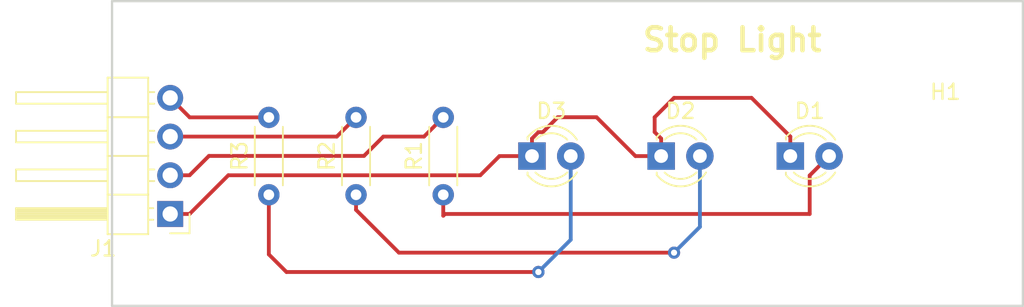
<source format=kicad_pcb>
(kicad_pcb (version 20171130) (host pcbnew 5.0.2+dfsg1-1+deb10u1)

  (general
    (thickness 1.6)
    (drawings 5)
    (tracks 51)
    (zones 0)
    (modules 8)
    (nets 8)
  )

  (page A4)
  (layers
    (0 F.Cu signal)
    (31 B.Cu signal)
    (32 B.Adhes user)
    (33 F.Adhes user)
    (34 B.Paste user)
    (35 F.Paste user)
    (36 B.SilkS user)
    (37 F.SilkS user)
    (38 B.Mask user)
    (39 F.Mask user)
    (40 Dwgs.User user)
    (41 Cmts.User user)
    (42 Eco1.User user)
    (43 Eco2.User user)
    (44 Edge.Cuts user)
    (45 Margin user)
    (46 B.CrtYd user)
    (47 F.CrtYd user)
    (48 B.Fab user)
    (49 F.Fab user)
  )

  (setup
    (last_trace_width 0.25)
    (trace_clearance 0.2)
    (zone_clearance 0.508)
    (zone_45_only no)
    (trace_min 0.2)
    (segment_width 0.2)
    (edge_width 0.15)
    (via_size 0.8)
    (via_drill 0.4)
    (via_min_size 0.4)
    (via_min_drill 0.3)
    (uvia_size 0.3)
    (uvia_drill 0.1)
    (uvias_allowed no)
    (uvia_min_size 0.2)
    (uvia_min_drill 0.1)
    (pcb_text_width 0.3)
    (pcb_text_size 1.5 1.5)
    (mod_edge_width 0.15)
    (mod_text_size 1 1)
    (mod_text_width 0.15)
    (pad_size 1.524 1.524)
    (pad_drill 0.762)
    (pad_to_mask_clearance 0.051)
    (solder_mask_min_width 0.25)
    (aux_axis_origin 0 0)
    (visible_elements FFFFFF7F)
    (pcbplotparams
      (layerselection 0x010fc_ffffffff)
      (usegerberextensions false)
      (usegerberattributes false)
      (usegerberadvancedattributes false)
      (creategerberjobfile false)
      (excludeedgelayer true)
      (linewidth 0.100000)
      (plotframeref false)
      (viasonmask false)
      (mode 1)
      (useauxorigin false)
      (hpglpennumber 1)
      (hpglpenspeed 20)
      (hpglpendiameter 15.000000)
      (psnegative false)
      (psa4output false)
      (plotreference true)
      (plotvalue true)
      (plotinvisibletext false)
      (padsonsilk false)
      (subtractmaskfromsilk false)
      (outputformat 1)
      (mirror false)
      (drillshape 1)
      (scaleselection 1)
      (outputdirectory ""))
  )

  (net 0 "")
  (net 1 "Net-(D1-Pad2)")
  (net 2 "Net-(J1-Pad2)")
  (net 3 "Net-(J1-Pad3)")
  (net 4 "Net-(D2-Pad2)")
  (net 5 "Net-(D3-Pad2)")
  (net 6 "Net-(J1-Pad4)")
  (net 7 "Net-(D1-Pad1)")

  (net_class Default "This is the default net class."
    (clearance 0.2)
    (trace_width 0.25)
    (via_dia 0.8)
    (via_drill 0.4)
    (uvia_dia 0.3)
    (uvia_drill 0.1)
    (add_net "Net-(D1-Pad1)")
    (add_net "Net-(D1-Pad2)")
    (add_net "Net-(D2-Pad2)")
    (add_net "Net-(D3-Pad2)")
    (add_net "Net-(J1-Pad2)")
    (add_net "Net-(J1-Pad3)")
    (add_net "Net-(J1-Pad4)")
  )

  (module Connector_PinHeader_2.54mm:PinHeader_1x04_P2.54mm_Horizontal (layer F.Cu) (tedit 59FED5CB) (tstamp 63CDA31D)
    (at 31.75 157.48 180)
    (descr "Through hole angled pin header, 1x04, 2.54mm pitch, 6mm pin length, single row")
    (tags "Through hole angled pin header THT 1x04 2.54mm single row")
    (path /63C1035B)
    (fp_text reference J1 (at 4.385 -2.27 180) (layer F.SilkS)
      (effects (font (size 1 1) (thickness 0.15)))
    )
    (fp_text value Conn_01x04_Male (at 4.385 9.89 180) (layer F.Fab)
      (effects (font (size 1 1) (thickness 0.15)))
    )
    (fp_line (start 2.135 -1.27) (end 4.04 -1.27) (layer F.Fab) (width 0.1))
    (fp_line (start 4.04 -1.27) (end 4.04 8.89) (layer F.Fab) (width 0.1))
    (fp_line (start 4.04 8.89) (end 1.5 8.89) (layer F.Fab) (width 0.1))
    (fp_line (start 1.5 8.89) (end 1.5 -0.635) (layer F.Fab) (width 0.1))
    (fp_line (start 1.5 -0.635) (end 2.135 -1.27) (layer F.Fab) (width 0.1))
    (fp_line (start -0.32 -0.32) (end 1.5 -0.32) (layer F.Fab) (width 0.1))
    (fp_line (start -0.32 -0.32) (end -0.32 0.32) (layer F.Fab) (width 0.1))
    (fp_line (start -0.32 0.32) (end 1.5 0.32) (layer F.Fab) (width 0.1))
    (fp_line (start 4.04 -0.32) (end 10.04 -0.32) (layer F.Fab) (width 0.1))
    (fp_line (start 10.04 -0.32) (end 10.04 0.32) (layer F.Fab) (width 0.1))
    (fp_line (start 4.04 0.32) (end 10.04 0.32) (layer F.Fab) (width 0.1))
    (fp_line (start -0.32 2.22) (end 1.5 2.22) (layer F.Fab) (width 0.1))
    (fp_line (start -0.32 2.22) (end -0.32 2.86) (layer F.Fab) (width 0.1))
    (fp_line (start -0.32 2.86) (end 1.5 2.86) (layer F.Fab) (width 0.1))
    (fp_line (start 4.04 2.22) (end 10.04 2.22) (layer F.Fab) (width 0.1))
    (fp_line (start 10.04 2.22) (end 10.04 2.86) (layer F.Fab) (width 0.1))
    (fp_line (start 4.04 2.86) (end 10.04 2.86) (layer F.Fab) (width 0.1))
    (fp_line (start -0.32 4.76) (end 1.5 4.76) (layer F.Fab) (width 0.1))
    (fp_line (start -0.32 4.76) (end -0.32 5.4) (layer F.Fab) (width 0.1))
    (fp_line (start -0.32 5.4) (end 1.5 5.4) (layer F.Fab) (width 0.1))
    (fp_line (start 4.04 4.76) (end 10.04 4.76) (layer F.Fab) (width 0.1))
    (fp_line (start 10.04 4.76) (end 10.04 5.4) (layer F.Fab) (width 0.1))
    (fp_line (start 4.04 5.4) (end 10.04 5.4) (layer F.Fab) (width 0.1))
    (fp_line (start -0.32 7.3) (end 1.5 7.3) (layer F.Fab) (width 0.1))
    (fp_line (start -0.32 7.3) (end -0.32 7.94) (layer F.Fab) (width 0.1))
    (fp_line (start -0.32 7.94) (end 1.5 7.94) (layer F.Fab) (width 0.1))
    (fp_line (start 4.04 7.3) (end 10.04 7.3) (layer F.Fab) (width 0.1))
    (fp_line (start 10.04 7.3) (end 10.04 7.94) (layer F.Fab) (width 0.1))
    (fp_line (start 4.04 7.94) (end 10.04 7.94) (layer F.Fab) (width 0.1))
    (fp_line (start 1.44 -1.33) (end 1.44 8.95) (layer F.SilkS) (width 0.12))
    (fp_line (start 1.44 8.95) (end 4.1 8.95) (layer F.SilkS) (width 0.12))
    (fp_line (start 4.1 8.95) (end 4.1 -1.33) (layer F.SilkS) (width 0.12))
    (fp_line (start 4.1 -1.33) (end 1.44 -1.33) (layer F.SilkS) (width 0.12))
    (fp_line (start 4.1 -0.38) (end 10.1 -0.38) (layer F.SilkS) (width 0.12))
    (fp_line (start 10.1 -0.38) (end 10.1 0.38) (layer F.SilkS) (width 0.12))
    (fp_line (start 10.1 0.38) (end 4.1 0.38) (layer F.SilkS) (width 0.12))
    (fp_line (start 4.1 -0.32) (end 10.1 -0.32) (layer F.SilkS) (width 0.12))
    (fp_line (start 4.1 -0.2) (end 10.1 -0.2) (layer F.SilkS) (width 0.12))
    (fp_line (start 4.1 -0.08) (end 10.1 -0.08) (layer F.SilkS) (width 0.12))
    (fp_line (start 4.1 0.04) (end 10.1 0.04) (layer F.SilkS) (width 0.12))
    (fp_line (start 4.1 0.16) (end 10.1 0.16) (layer F.SilkS) (width 0.12))
    (fp_line (start 4.1 0.28) (end 10.1 0.28) (layer F.SilkS) (width 0.12))
    (fp_line (start 1.11 -0.38) (end 1.44 -0.38) (layer F.SilkS) (width 0.12))
    (fp_line (start 1.11 0.38) (end 1.44 0.38) (layer F.SilkS) (width 0.12))
    (fp_line (start 1.44 1.27) (end 4.1 1.27) (layer F.SilkS) (width 0.12))
    (fp_line (start 4.1 2.16) (end 10.1 2.16) (layer F.SilkS) (width 0.12))
    (fp_line (start 10.1 2.16) (end 10.1 2.92) (layer F.SilkS) (width 0.12))
    (fp_line (start 10.1 2.92) (end 4.1 2.92) (layer F.SilkS) (width 0.12))
    (fp_line (start 1.042929 2.16) (end 1.44 2.16) (layer F.SilkS) (width 0.12))
    (fp_line (start 1.042929 2.92) (end 1.44 2.92) (layer F.SilkS) (width 0.12))
    (fp_line (start 1.44 3.81) (end 4.1 3.81) (layer F.SilkS) (width 0.12))
    (fp_line (start 4.1 4.7) (end 10.1 4.7) (layer F.SilkS) (width 0.12))
    (fp_line (start 10.1 4.7) (end 10.1 5.46) (layer F.SilkS) (width 0.12))
    (fp_line (start 10.1 5.46) (end 4.1 5.46) (layer F.SilkS) (width 0.12))
    (fp_line (start 1.042929 4.7) (end 1.44 4.7) (layer F.SilkS) (width 0.12))
    (fp_line (start 1.042929 5.46) (end 1.44 5.46) (layer F.SilkS) (width 0.12))
    (fp_line (start 1.44 6.35) (end 4.1 6.35) (layer F.SilkS) (width 0.12))
    (fp_line (start 4.1 7.24) (end 10.1 7.24) (layer F.SilkS) (width 0.12))
    (fp_line (start 10.1 7.24) (end 10.1 8) (layer F.SilkS) (width 0.12))
    (fp_line (start 10.1 8) (end 4.1 8) (layer F.SilkS) (width 0.12))
    (fp_line (start 1.042929 7.24) (end 1.44 7.24) (layer F.SilkS) (width 0.12))
    (fp_line (start 1.042929 8) (end 1.44 8) (layer F.SilkS) (width 0.12))
    (fp_line (start -1.27 0) (end -1.27 -1.27) (layer F.SilkS) (width 0.12))
    (fp_line (start -1.27 -1.27) (end 0 -1.27) (layer F.SilkS) (width 0.12))
    (fp_line (start -1.8 -1.8) (end -1.8 9.4) (layer F.CrtYd) (width 0.05))
    (fp_line (start -1.8 9.4) (end 10.55 9.4) (layer F.CrtYd) (width 0.05))
    (fp_line (start 10.55 9.4) (end 10.55 -1.8) (layer F.CrtYd) (width 0.05))
    (fp_line (start 10.55 -1.8) (end -1.8 -1.8) (layer F.CrtYd) (width 0.05))
    (fp_text user %R (at 2.77 3.81 270) (layer F.Fab)
      (effects (font (size 1 1) (thickness 0.15)))
    )
    (pad 1 thru_hole rect (at 0 0 180) (size 1.7 1.7) (drill 1) (layers *.Cu *.Mask)
      (net 7 "Net-(D1-Pad1)"))
    (pad 2 thru_hole oval (at 0 2.54 180) (size 1.7 1.7) (drill 1) (layers *.Cu *.Mask)
      (net 2 "Net-(J1-Pad2)"))
    (pad 3 thru_hole oval (at 0 5.08 180) (size 1.7 1.7) (drill 1) (layers *.Cu *.Mask)
      (net 3 "Net-(J1-Pad3)"))
    (pad 4 thru_hole oval (at 0 7.62 180) (size 1.7 1.7) (drill 1) (layers *.Cu *.Mask)
      (net 6 "Net-(J1-Pad4)"))
    (model ${KISYS3DMOD}/Connector_PinHeader_2.54mm.3dshapes/PinHeader_1x04_P2.54mm_Horizontal.wrl
      (at (xyz 0 0 0))
      (scale (xyz 1 1 1))
      (rotate (xyz 0 0 0))
    )
  )

  (module LED_THT:LED_D3.0mm (layer F.Cu) (tedit 587A3A7B) (tstamp 63CD99FD)
    (at 55.46 153.68)
    (descr "LED, diameter 3.0mm, 2 pins")
    (tags "LED diameter 3.0mm 2 pins")
    (path /63C104F2)
    (fp_text reference D3 (at 1.27 -2.96) (layer F.SilkS)
      (effects (font (size 1 1) (thickness 0.15)))
    )
    (fp_text value LED (at 1.27 2.96) (layer F.Fab)
      (effects (font (size 1 1) (thickness 0.15)))
    )
    (fp_arc (start 1.27 0) (end -0.23 -1.16619) (angle 284.3) (layer F.Fab) (width 0.1))
    (fp_arc (start 1.27 0) (end -0.29 -1.235516) (angle 108.8) (layer F.SilkS) (width 0.12))
    (fp_arc (start 1.27 0) (end -0.29 1.235516) (angle -108.8) (layer F.SilkS) (width 0.12))
    (fp_arc (start 1.27 0) (end 0.229039 -1.08) (angle 87.9) (layer F.SilkS) (width 0.12))
    (fp_arc (start 1.27 0) (end 0.229039 1.08) (angle -87.9) (layer F.SilkS) (width 0.12))
    (fp_circle (center 1.27 0) (end 2.77 0) (layer F.Fab) (width 0.1))
    (fp_line (start -0.23 -1.16619) (end -0.23 1.16619) (layer F.Fab) (width 0.1))
    (fp_line (start -0.29 -1.236) (end -0.29 -1.08) (layer F.SilkS) (width 0.12))
    (fp_line (start -0.29 1.08) (end -0.29 1.236) (layer F.SilkS) (width 0.12))
    (fp_line (start -1.15 -2.25) (end -1.15 2.25) (layer F.CrtYd) (width 0.05))
    (fp_line (start -1.15 2.25) (end 3.7 2.25) (layer F.CrtYd) (width 0.05))
    (fp_line (start 3.7 2.25) (end 3.7 -2.25) (layer F.CrtYd) (width 0.05))
    (fp_line (start 3.7 -2.25) (end -1.15 -2.25) (layer F.CrtYd) (width 0.05))
    (pad 1 thru_hole rect (at 0 0) (size 1.8 1.8) (drill 0.9) (layers *.Cu *.Mask)
      (net 7 "Net-(D1-Pad1)"))
    (pad 2 thru_hole circle (at 2.54 0) (size 1.8 1.8) (drill 0.9) (layers *.Cu *.Mask)
      (net 5 "Net-(D3-Pad2)"))
    (model ${KISYS3DMOD}/LED_THT.3dshapes/LED_D3.0mm.wrl
      (at (xyz 0 0 0))
      (scale (xyz 1 1 1))
      (rotate (xyz 0 0 0))
    )
  )

  (module LED_THT:LED_D3.0mm (layer F.Cu) (tedit 587A3A7B) (tstamp 63CD99EA)
    (at 63.925 153.68)
    (descr "LED, diameter 3.0mm, 2 pins")
    (tags "LED diameter 3.0mm 2 pins")
    (path /63C104C8)
    (fp_text reference D2 (at 1.27 -2.96) (layer F.SilkS)
      (effects (font (size 1 1) (thickness 0.15)))
    )
    (fp_text value LED (at 1.27 2.96) (layer F.Fab)
      (effects (font (size 1 1) (thickness 0.15)))
    )
    (fp_line (start 3.7 -2.25) (end -1.15 -2.25) (layer F.CrtYd) (width 0.05))
    (fp_line (start 3.7 2.25) (end 3.7 -2.25) (layer F.CrtYd) (width 0.05))
    (fp_line (start -1.15 2.25) (end 3.7 2.25) (layer F.CrtYd) (width 0.05))
    (fp_line (start -1.15 -2.25) (end -1.15 2.25) (layer F.CrtYd) (width 0.05))
    (fp_line (start -0.29 1.08) (end -0.29 1.236) (layer F.SilkS) (width 0.12))
    (fp_line (start -0.29 -1.236) (end -0.29 -1.08) (layer F.SilkS) (width 0.12))
    (fp_line (start -0.23 -1.16619) (end -0.23 1.16619) (layer F.Fab) (width 0.1))
    (fp_circle (center 1.27 0) (end 2.77 0) (layer F.Fab) (width 0.1))
    (fp_arc (start 1.27 0) (end 0.229039 1.08) (angle -87.9) (layer F.SilkS) (width 0.12))
    (fp_arc (start 1.27 0) (end 0.229039 -1.08) (angle 87.9) (layer F.SilkS) (width 0.12))
    (fp_arc (start 1.27 0) (end -0.29 1.235516) (angle -108.8) (layer F.SilkS) (width 0.12))
    (fp_arc (start 1.27 0) (end -0.29 -1.235516) (angle 108.8) (layer F.SilkS) (width 0.12))
    (fp_arc (start 1.27 0) (end -0.23 -1.16619) (angle 284.3) (layer F.Fab) (width 0.1))
    (pad 2 thru_hole circle (at 2.54 0) (size 1.8 1.8) (drill 0.9) (layers *.Cu *.Mask)
      (net 4 "Net-(D2-Pad2)"))
    (pad 1 thru_hole rect (at 0 0) (size 1.8 1.8) (drill 0.9) (layers *.Cu *.Mask)
      (net 7 "Net-(D1-Pad1)"))
    (model ${KISYS3DMOD}/LED_THT.3dshapes/LED_D3.0mm.wrl
      (at (xyz 0 0 0))
      (scale (xyz 1 1 1))
      (rotate (xyz 0 0 0))
    )
  )

  (module LED_THT:LED_D3.0mm (layer F.Cu) (tedit 587A3A7B) (tstamp 63CD99D7)
    (at 72.39 153.68)
    (descr "LED, diameter 3.0mm, 2 pins")
    (tags "LED diameter 3.0mm 2 pins")
    (path /63C10200)
    (fp_text reference D1 (at 1.27 -2.96) (layer F.SilkS)
      (effects (font (size 1 1) (thickness 0.15)))
    )
    (fp_text value LED (at 1.27 2.96) (layer F.Fab)
      (effects (font (size 1 1) (thickness 0.15)))
    )
    (fp_arc (start 1.27 0) (end -0.23 -1.16619) (angle 284.3) (layer F.Fab) (width 0.1))
    (fp_arc (start 1.27 0) (end -0.29 -1.235516) (angle 108.8) (layer F.SilkS) (width 0.12))
    (fp_arc (start 1.27 0) (end -0.29 1.235516) (angle -108.8) (layer F.SilkS) (width 0.12))
    (fp_arc (start 1.27 0) (end 0.229039 -1.08) (angle 87.9) (layer F.SilkS) (width 0.12))
    (fp_arc (start 1.27 0) (end 0.229039 1.08) (angle -87.9) (layer F.SilkS) (width 0.12))
    (fp_circle (center 1.27 0) (end 2.77 0) (layer F.Fab) (width 0.1))
    (fp_line (start -0.23 -1.16619) (end -0.23 1.16619) (layer F.Fab) (width 0.1))
    (fp_line (start -0.29 -1.236) (end -0.29 -1.08) (layer F.SilkS) (width 0.12))
    (fp_line (start -0.29 1.08) (end -0.29 1.236) (layer F.SilkS) (width 0.12))
    (fp_line (start -1.15 -2.25) (end -1.15 2.25) (layer F.CrtYd) (width 0.05))
    (fp_line (start -1.15 2.25) (end 3.7 2.25) (layer F.CrtYd) (width 0.05))
    (fp_line (start 3.7 2.25) (end 3.7 -2.25) (layer F.CrtYd) (width 0.05))
    (fp_line (start 3.7 -2.25) (end -1.15 -2.25) (layer F.CrtYd) (width 0.05))
    (pad 1 thru_hole rect (at 0 0) (size 1.8 1.8) (drill 0.9) (layers *.Cu *.Mask)
      (net 7 "Net-(D1-Pad1)"))
    (pad 2 thru_hole circle (at 2.54 0) (size 1.8 1.8) (drill 0.9) (layers *.Cu *.Mask)
      (net 1 "Net-(D1-Pad2)"))
    (model ${KISYS3DMOD}/LED_THT.3dshapes/LED_D3.0mm.wrl
      (at (xyz 0 0 0))
      (scale (xyz 1 1 1))
      (rotate (xyz 0 0 0))
    )
  )

  (module MountingHole:MountingHole_3.2mm_M3 (layer F.Cu) (tedit 56D1B4CB) (tstamp 63CD99AC)
    (at 82.55 153.67)
    (descr "Mounting Hole 3.2mm, no annular, M3")
    (tags "mounting hole 3.2mm no annular m3")
    (path /63C10958)
    (attr virtual)
    (fp_text reference H1 (at 0 -4.2) (layer F.SilkS)
      (effects (font (size 1 1) (thickness 0.15)))
    )
    (fp_text value MountingHole (at 0 4.2) (layer F.Fab)
      (effects (font (size 1 1) (thickness 0.15)))
    )
    (fp_text user %R (at 0.3 0) (layer F.Fab)
      (effects (font (size 1 1) (thickness 0.15)))
    )
    (fp_circle (center 0 0) (end 3.2 0) (layer Cmts.User) (width 0.15))
    (fp_circle (center 0 0) (end 3.45 0) (layer F.CrtYd) (width 0.05))
    (pad 1 np_thru_hole circle (at 0 0) (size 3.2 3.2) (drill 3.2) (layers *.Cu *.Mask))
  )

  (module Resistor_THT:R_Axial_DIN0204_L3.6mm_D1.6mm_P5.08mm_Horizontal (layer F.Cu) (tedit 5AE5139B) (tstamp 63CD99A4)
    (at 38.215 156.22 90)
    (descr "Resistor, Axial_DIN0204 series, Axial, Horizontal, pin pitch=5.08mm, 0.167W, length*diameter=3.6*1.6mm^2, http://cdn-reichelt.de/documents/datenblatt/B400/1_4W%23YAG.pdf")
    (tags "Resistor Axial_DIN0204 series Axial Horizontal pin pitch 5.08mm 0.167W length 3.6mm diameter 1.6mm")
    (path /63C103F9)
    (fp_text reference R3 (at 2.54 -1.92 90) (layer F.SilkS)
      (effects (font (size 1 1) (thickness 0.15)))
    )
    (fp_text value 330 (at 2.54 1.92 90) (layer F.Fab)
      (effects (font (size 1 1) (thickness 0.15)))
    )
    (fp_line (start 0.74 -0.8) (end 0.74 0.8) (layer F.Fab) (width 0.1))
    (fp_line (start 0.74 0.8) (end 4.34 0.8) (layer F.Fab) (width 0.1))
    (fp_line (start 4.34 0.8) (end 4.34 -0.8) (layer F.Fab) (width 0.1))
    (fp_line (start 4.34 -0.8) (end 0.74 -0.8) (layer F.Fab) (width 0.1))
    (fp_line (start 0 0) (end 0.74 0) (layer F.Fab) (width 0.1))
    (fp_line (start 5.08 0) (end 4.34 0) (layer F.Fab) (width 0.1))
    (fp_line (start 0.62 -0.92) (end 4.46 -0.92) (layer F.SilkS) (width 0.12))
    (fp_line (start 0.62 0.92) (end 4.46 0.92) (layer F.SilkS) (width 0.12))
    (fp_line (start -0.95 -1.05) (end -0.95 1.05) (layer F.CrtYd) (width 0.05))
    (fp_line (start -0.95 1.05) (end 6.03 1.05) (layer F.CrtYd) (width 0.05))
    (fp_line (start 6.03 1.05) (end 6.03 -1.05) (layer F.CrtYd) (width 0.05))
    (fp_line (start 6.03 -1.05) (end -0.95 -1.05) (layer F.CrtYd) (width 0.05))
    (fp_text user %R (at 2.54 0 90) (layer F.Fab)
      (effects (font (size 0.72 0.72) (thickness 0.108)))
    )
    (pad 1 thru_hole circle (at 0 0 90) (size 1.4 1.4) (drill 0.7) (layers *.Cu *.Mask)
      (net 5 "Net-(D3-Pad2)"))
    (pad 2 thru_hole oval (at 5.08 0 90) (size 1.4 1.4) (drill 0.7) (layers *.Cu *.Mask)
      (net 6 "Net-(J1-Pad4)"))
    (model ${KISYS3DMOD}/Resistor_THT.3dshapes/R_Axial_DIN0204_L3.6mm_D1.6mm_P5.08mm_Horizontal.wrl
      (at (xyz 0 0 0))
      (scale (xyz 1 1 1))
      (rotate (xyz 0 0 0))
    )
  )

  (module Resistor_THT:R_Axial_DIN0204_L3.6mm_D1.6mm_P5.08mm_Horizontal (layer F.Cu) (tedit 5AE5139B) (tstamp 63CD9991)
    (at 43.93 156.22 90)
    (descr "Resistor, Axial_DIN0204 series, Axial, Horizontal, pin pitch=5.08mm, 0.167W, length*diameter=3.6*1.6mm^2, http://cdn-reichelt.de/documents/datenblatt/B400/1_4W%23YAG.pdf")
    (tags "Resistor Axial_DIN0204 series Axial Horizontal pin pitch 5.08mm 0.167W length 3.6mm diameter 1.6mm")
    (path /63C103DD)
    (fp_text reference R2 (at 2.54 -1.92 90) (layer F.SilkS)
      (effects (font (size 1 1) (thickness 0.15)))
    )
    (fp_text value 330 (at 2.54 1.92 90) (layer F.Fab)
      (effects (font (size 1 1) (thickness 0.15)))
    )
    (fp_text user %R (at 2.54 0 90) (layer F.Fab)
      (effects (font (size 0.72 0.72) (thickness 0.108)))
    )
    (fp_line (start 6.03 -1.05) (end -0.95 -1.05) (layer F.CrtYd) (width 0.05))
    (fp_line (start 6.03 1.05) (end 6.03 -1.05) (layer F.CrtYd) (width 0.05))
    (fp_line (start -0.95 1.05) (end 6.03 1.05) (layer F.CrtYd) (width 0.05))
    (fp_line (start -0.95 -1.05) (end -0.95 1.05) (layer F.CrtYd) (width 0.05))
    (fp_line (start 0.62 0.92) (end 4.46 0.92) (layer F.SilkS) (width 0.12))
    (fp_line (start 0.62 -0.92) (end 4.46 -0.92) (layer F.SilkS) (width 0.12))
    (fp_line (start 5.08 0) (end 4.34 0) (layer F.Fab) (width 0.1))
    (fp_line (start 0 0) (end 0.74 0) (layer F.Fab) (width 0.1))
    (fp_line (start 4.34 -0.8) (end 0.74 -0.8) (layer F.Fab) (width 0.1))
    (fp_line (start 4.34 0.8) (end 4.34 -0.8) (layer F.Fab) (width 0.1))
    (fp_line (start 0.74 0.8) (end 4.34 0.8) (layer F.Fab) (width 0.1))
    (fp_line (start 0.74 -0.8) (end 0.74 0.8) (layer F.Fab) (width 0.1))
    (pad 2 thru_hole oval (at 5.08 0 90) (size 1.4 1.4) (drill 0.7) (layers *.Cu *.Mask)
      (net 3 "Net-(J1-Pad3)"))
    (pad 1 thru_hole circle (at 0 0 90) (size 1.4 1.4) (drill 0.7) (layers *.Cu *.Mask)
      (net 4 "Net-(D2-Pad2)"))
    (model ${KISYS3DMOD}/Resistor_THT.3dshapes/R_Axial_DIN0204_L3.6mm_D1.6mm_P5.08mm_Horizontal.wrl
      (at (xyz 0 0 0))
      (scale (xyz 1 1 1))
      (rotate (xyz 0 0 0))
    )
  )

  (module Resistor_THT:R_Axial_DIN0204_L3.6mm_D1.6mm_P5.08mm_Horizontal (layer F.Cu) (tedit 5AE5139B) (tstamp 63CD997E)
    (at 49.645 156.22 90)
    (descr "Resistor, Axial_DIN0204 series, Axial, Horizontal, pin pitch=5.08mm, 0.167W, length*diameter=3.6*1.6mm^2, http://cdn-reichelt.de/documents/datenblatt/B400/1_4W%23YAG.pdf")
    (tags "Resistor Axial_DIN0204 series Axial Horizontal pin pitch 5.08mm 0.167W length 3.6mm diameter 1.6mm")
    (path /63C10028)
    (fp_text reference R1 (at 2.54 -1.92 90) (layer F.SilkS)
      (effects (font (size 1 1) (thickness 0.15)))
    )
    (fp_text value 330 (at 2.54 1.92 90) (layer F.Fab)
      (effects (font (size 1 1) (thickness 0.15)))
    )
    (fp_line (start 0.74 -0.8) (end 0.74 0.8) (layer F.Fab) (width 0.1))
    (fp_line (start 0.74 0.8) (end 4.34 0.8) (layer F.Fab) (width 0.1))
    (fp_line (start 4.34 0.8) (end 4.34 -0.8) (layer F.Fab) (width 0.1))
    (fp_line (start 4.34 -0.8) (end 0.74 -0.8) (layer F.Fab) (width 0.1))
    (fp_line (start 0 0) (end 0.74 0) (layer F.Fab) (width 0.1))
    (fp_line (start 5.08 0) (end 4.34 0) (layer F.Fab) (width 0.1))
    (fp_line (start 0.62 -0.92) (end 4.46 -0.92) (layer F.SilkS) (width 0.12))
    (fp_line (start 0.62 0.92) (end 4.46 0.92) (layer F.SilkS) (width 0.12))
    (fp_line (start -0.95 -1.05) (end -0.95 1.05) (layer F.CrtYd) (width 0.05))
    (fp_line (start -0.95 1.05) (end 6.03 1.05) (layer F.CrtYd) (width 0.05))
    (fp_line (start 6.03 1.05) (end 6.03 -1.05) (layer F.CrtYd) (width 0.05))
    (fp_line (start 6.03 -1.05) (end -0.95 -1.05) (layer F.CrtYd) (width 0.05))
    (fp_text user %R (at 2.54 0 90) (layer F.Fab)
      (effects (font (size 0.72 0.72) (thickness 0.108)))
    )
    (pad 1 thru_hole circle (at 0 0 90) (size 1.4 1.4) (drill 0.7) (layers *.Cu *.Mask)
      (net 1 "Net-(D1-Pad2)"))
    (pad 2 thru_hole oval (at 5.08 0 90) (size 1.4 1.4) (drill 0.7) (layers *.Cu *.Mask)
      (net 2 "Net-(J1-Pad2)"))
    (model ${KISYS3DMOD}/Resistor_THT.3dshapes/R_Axial_DIN0204_L3.6mm_D1.6mm_P5.08mm_Horizontal.wrl
      (at (xyz 0 0 0))
      (scale (xyz 1 1 1))
      (rotate (xyz 0 0 0))
    )
  )

  (gr_text "Stop Light" (at 68.58 146.05) (layer F.SilkS)
    (effects (font (size 1.5 1.5) (thickness 0.3)))
  )
  (gr_line (start 27.94 163.51) (end 87.63 163.51) (layer Edge.Cuts) (width 0.15) (tstamp 63CDB6AF))
  (gr_line (start 87.63 143.51) (end 87.63 163.51) (layer Edge.Cuts) (width 0.15) (tstamp 63CDA9CC))
  (gr_line (start 27.94 143.51) (end 27.94 163.51) (layer Edge.Cuts) (width 0.15))
  (gr_line (start 27.94 143.51) (end 87.63 143.51) (layer Edge.Cuts) (width 0.15) (tstamp 63CD9F60))

  (segment (start 49.645 156.22) (end 49.645 157.595) (width 0.25) (layer F.Cu) (net 1))
  (segment (start 49.645 157.595) (end 49.76 157.48) (width 0.25) (layer F.Cu) (net 1))
  (segment (start 49.76 157.48) (end 73.66 157.48) (width 0.25) (layer F.Cu) (net 1))
  (segment (start 73.66 154.95) (end 74.93 153.68) (width 0.25) (layer F.Cu) (net 1))
  (segment (start 73.66 157.48) (end 73.66 154.95) (width 0.25) (layer F.Cu) (net 1))
  (segment (start 48.385 152.4) (end 49.645 151.14) (width 0.25) (layer F.Cu) (net 2))
  (segment (start 45.72 152.4) (end 48.385 152.4) (width 0.25) (layer F.Cu) (net 2))
  (segment (start 34.29 153.67) (end 44.45 153.67) (width 0.25) (layer F.Cu) (net 2))
  (segment (start 31.75 154.94) (end 33.02 154.94) (width 0.25) (layer F.Cu) (net 2))
  (segment (start 44.45 153.67) (end 45.72 152.4) (width 0.25) (layer F.Cu) (net 2))
  (segment (start 33.02 154.94) (end 34.29 153.67) (width 0.25) (layer F.Cu) (net 2))
  (segment (start 42.67 152.4) (end 43.93 151.14) (width 0.25) (layer F.Cu) (net 3))
  (segment (start 31.75 152.4) (end 42.67 152.4) (width 0.25) (layer F.Cu) (net 3))
  (segment (start 43.93 157.209949) (end 44.45 157.729949) (width 0.25) (layer F.Cu) (net 4))
  (segment (start 43.93 156.22) (end 43.93 157.209949) (width 0.25) (layer F.Cu) (net 4))
  (segment (start 44.45 157.729949) (end 46.740051 160.02) (width 0.25) (layer F.Cu) (net 4))
  (segment (start 46.740051 160.02) (end 64.77 160.02) (width 0.25) (layer F.Cu) (net 4))
  (segment (start 64.77 160.02) (end 64.77 160.02) (width 0.25) (layer F.Cu) (net 4) (tstamp 63CDA61E))
  (via (at 64.77 160.02) (size 0.8) (drill 0.4) (layers F.Cu B.Cu) (net 4))
  (segment (start 66.465 158.325) (end 66.465 153.68) (width 0.25) (layer B.Cu) (net 4))
  (segment (start 64.77 160.02) (end 66.465 158.325) (width 0.25) (layer B.Cu) (net 4))
  (segment (start 55.88 161.29) (end 55.88 161.29) (width 0.25) (layer F.Cu) (net 5) (tstamp 63CDA622))
  (segment (start 55.88 161.29) (end 55.88 161.29) (width 0.25) (layer F.Cu) (net 5) (tstamp 63CDA620))
  (segment (start 38.215 160.135) (end 39.37 161.29) (width 0.25) (layer F.Cu) (net 5))
  (segment (start 38.215 156.22) (end 38.215 160.135) (width 0.25) (layer F.Cu) (net 5))
  (via (at 55.88 161.29) (size 0.8) (drill 0.4) (layers F.Cu B.Cu) (net 5))
  (via (at 55.88 161.29) (size 0.8) (drill 0.4) (layers F.Cu B.Cu) (net 5) (status 1000000))
  (segment (start 55.88 161.29) (end 58 159.17) (width 0.25) (layer B.Cu) (net 5))
  (segment (start 58 159.17) (end 58 153.68) (width 0.25) (layer B.Cu) (net 5))
  (segment (start 39.37 161.29) (end 55.88 161.29) (width 0.25) (layer F.Cu) (net 5))
  (segment (start 33.03 151.14) (end 38.215 151.14) (width 0.25) (layer F.Cu) (net 6))
  (segment (start 31.75 149.86) (end 33.03 151.14) (width 0.25) (layer F.Cu) (net 6))
  (segment (start 52.07 154.94) (end 53.33 153.68) (width 0.25) (layer F.Cu) (net 7))
  (segment (start 53.33 153.68) (end 55.46 153.68) (width 0.25) (layer F.Cu) (net 7))
  (segment (start 35.56 154.94) (end 52.07 154.94) (width 0.25) (layer F.Cu) (net 7))
  (segment (start 31.75 157.48) (end 33.02 157.48) (width 0.25) (layer F.Cu) (net 7))
  (segment (start 33.02 157.48) (end 35.56 154.94) (width 0.25) (layer F.Cu) (net 7))
  (segment (start 62.24 153.68) (end 63.925 153.68) (width 0.25) (layer F.Cu) (net 7))
  (segment (start 55.46 152.53) (end 55.88 152.11) (width 0.25) (layer F.Cu) (net 7))
  (segment (start 55.88 152.11) (end 56.17 152.11) (width 0.25) (layer F.Cu) (net 7))
  (segment (start 55.46 153.68) (end 55.46 152.53) (width 0.25) (layer F.Cu) (net 7))
  (segment (start 57.15 151.13) (end 59.69 151.13) (width 0.25) (layer F.Cu) (net 7))
  (segment (start 56.17 152.11) (end 57.15 151.13) (width 0.25) (layer F.Cu) (net 7))
  (segment (start 59.69 151.13) (end 62.24 153.68) (width 0.25) (layer F.Cu) (net 7))
  (segment (start 63.925 152.53) (end 63.5 152.105) (width 0.25) (layer F.Cu) (net 7))
  (segment (start 63.925 153.68) (end 63.925 152.53) (width 0.25) (layer F.Cu) (net 7))
  (segment (start 63.5 152.105) (end 63.5 151.13) (width 0.25) (layer F.Cu) (net 7))
  (segment (start 63.5 151.13) (end 64.77 149.86) (width 0.25) (layer F.Cu) (net 7))
  (segment (start 64.77 149.86) (end 69.85 149.86) (width 0.25) (layer F.Cu) (net 7))
  (segment (start 69.85 149.86) (end 72.39 152.4) (width 0.25) (layer F.Cu) (net 7))
  (segment (start 72.39 152.4) (end 72.39 153.68) (width 0.25) (layer F.Cu) (net 7))

)

</source>
